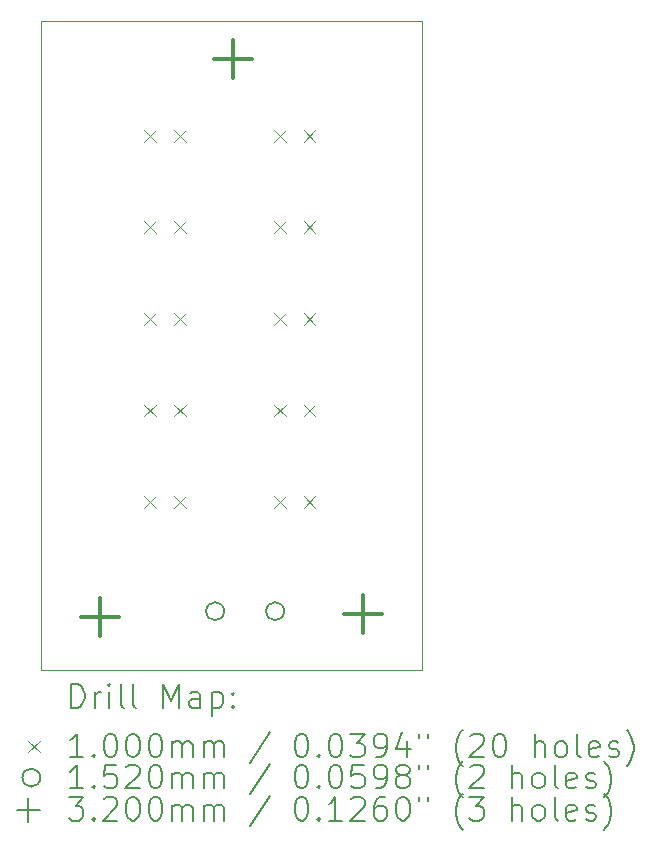
<source format=gbr>
%TF.GenerationSoftware,KiCad,Pcbnew,7.0.9*%
%TF.CreationDate,2024-03-13T22:19:23+01:00*%
%TF.ProjectId,Backlighting_LEDModule_PCB,4261636b-6c69-4676-9874-696e675f4c45,rev?*%
%TF.SameCoordinates,Original*%
%TF.FileFunction,Drillmap*%
%TF.FilePolarity,Positive*%
%FSLAX45Y45*%
G04 Gerber Fmt 4.5, Leading zero omitted, Abs format (unit mm)*
G04 Created by KiCad (PCBNEW 7.0.9) date 2024-03-13 22:19:23*
%MOMM*%
%LPD*%
G01*
G04 APERTURE LIST*
%ADD10C,0.100000*%
%ADD11C,0.200000*%
%ADD12C,0.152000*%
%ADD13C,0.320000*%
G04 APERTURE END LIST*
D10*
X10050000Y-5225000D02*
X13275000Y-5225000D01*
X13275000Y-10725000D01*
X10050000Y-10725000D01*
X10050000Y-5225000D01*
D11*
D10*
X10925000Y-6150000D02*
X11025000Y-6250000D01*
X11025000Y-6150000D02*
X10925000Y-6250000D01*
X10925000Y-6925000D02*
X11025000Y-7025000D01*
X11025000Y-6925000D02*
X10925000Y-7025000D01*
X10925000Y-7700000D02*
X11025000Y-7800000D01*
X11025000Y-7700000D02*
X10925000Y-7800000D01*
X10925000Y-8475000D02*
X11025000Y-8575000D01*
X11025000Y-8475000D02*
X10925000Y-8575000D01*
X10925000Y-9250000D02*
X11025000Y-9350000D01*
X11025000Y-9250000D02*
X10925000Y-9350000D01*
X11175000Y-6150000D02*
X11275000Y-6250000D01*
X11275000Y-6150000D02*
X11175000Y-6250000D01*
X11175000Y-6925000D02*
X11275000Y-7025000D01*
X11275000Y-6925000D02*
X11175000Y-7025000D01*
X11175000Y-7700000D02*
X11275000Y-7800000D01*
X11275000Y-7700000D02*
X11175000Y-7800000D01*
X11175000Y-8475000D02*
X11275000Y-8575000D01*
X11275000Y-8475000D02*
X11175000Y-8575000D01*
X11175000Y-9250000D02*
X11275000Y-9350000D01*
X11275000Y-9250000D02*
X11175000Y-9350000D01*
X12025000Y-6150000D02*
X12125000Y-6250000D01*
X12125000Y-6150000D02*
X12025000Y-6250000D01*
X12025000Y-6925000D02*
X12125000Y-7025000D01*
X12125000Y-6925000D02*
X12025000Y-7025000D01*
X12025000Y-7700000D02*
X12125000Y-7800000D01*
X12125000Y-7700000D02*
X12025000Y-7800000D01*
X12025000Y-8475000D02*
X12125000Y-8575000D01*
X12125000Y-8475000D02*
X12025000Y-8575000D01*
X12025000Y-9250000D02*
X12125000Y-9350000D01*
X12125000Y-9250000D02*
X12025000Y-9350000D01*
X12275000Y-6150000D02*
X12375000Y-6250000D01*
X12375000Y-6150000D02*
X12275000Y-6250000D01*
X12275000Y-6925000D02*
X12375000Y-7025000D01*
X12375000Y-6925000D02*
X12275000Y-7025000D01*
X12275000Y-7700000D02*
X12375000Y-7800000D01*
X12375000Y-7700000D02*
X12275000Y-7800000D01*
X12275000Y-8475000D02*
X12375000Y-8575000D01*
X12375000Y-8475000D02*
X12275000Y-8575000D01*
X12275000Y-9250000D02*
X12375000Y-9350000D01*
X12375000Y-9250000D02*
X12275000Y-9350000D01*
D12*
X11601000Y-10225000D02*
G75*
G03*
X11601000Y-10225000I-76000J0D01*
G01*
X12109000Y-10225000D02*
G75*
G03*
X12109000Y-10225000I-76000J0D01*
G01*
D13*
X10550000Y-10115000D02*
X10550000Y-10435000D01*
X10390000Y-10275000D02*
X10710000Y-10275000D01*
X11675000Y-5390000D02*
X11675000Y-5710000D01*
X11515000Y-5550000D02*
X11835000Y-5550000D01*
X12775000Y-10090000D02*
X12775000Y-10410000D01*
X12615000Y-10250000D02*
X12935000Y-10250000D01*
D11*
X10305777Y-11041484D02*
X10305777Y-10841484D01*
X10305777Y-10841484D02*
X10353396Y-10841484D01*
X10353396Y-10841484D02*
X10381967Y-10851008D01*
X10381967Y-10851008D02*
X10401015Y-10870055D01*
X10401015Y-10870055D02*
X10410539Y-10889103D01*
X10410539Y-10889103D02*
X10420063Y-10927198D01*
X10420063Y-10927198D02*
X10420063Y-10955770D01*
X10420063Y-10955770D02*
X10410539Y-10993865D01*
X10410539Y-10993865D02*
X10401015Y-11012912D01*
X10401015Y-11012912D02*
X10381967Y-11031960D01*
X10381967Y-11031960D02*
X10353396Y-11041484D01*
X10353396Y-11041484D02*
X10305777Y-11041484D01*
X10505777Y-11041484D02*
X10505777Y-10908150D01*
X10505777Y-10946246D02*
X10515301Y-10927198D01*
X10515301Y-10927198D02*
X10524824Y-10917674D01*
X10524824Y-10917674D02*
X10543872Y-10908150D01*
X10543872Y-10908150D02*
X10562920Y-10908150D01*
X10629586Y-11041484D02*
X10629586Y-10908150D01*
X10629586Y-10841484D02*
X10620063Y-10851008D01*
X10620063Y-10851008D02*
X10629586Y-10860531D01*
X10629586Y-10860531D02*
X10639110Y-10851008D01*
X10639110Y-10851008D02*
X10629586Y-10841484D01*
X10629586Y-10841484D02*
X10629586Y-10860531D01*
X10753396Y-11041484D02*
X10734348Y-11031960D01*
X10734348Y-11031960D02*
X10724824Y-11012912D01*
X10724824Y-11012912D02*
X10724824Y-10841484D01*
X10858158Y-11041484D02*
X10839110Y-11031960D01*
X10839110Y-11031960D02*
X10829586Y-11012912D01*
X10829586Y-11012912D02*
X10829586Y-10841484D01*
X11086729Y-11041484D02*
X11086729Y-10841484D01*
X11086729Y-10841484D02*
X11153396Y-10984341D01*
X11153396Y-10984341D02*
X11220062Y-10841484D01*
X11220062Y-10841484D02*
X11220062Y-11041484D01*
X11401015Y-11041484D02*
X11401015Y-10936722D01*
X11401015Y-10936722D02*
X11391491Y-10917674D01*
X11391491Y-10917674D02*
X11372443Y-10908150D01*
X11372443Y-10908150D02*
X11334348Y-10908150D01*
X11334348Y-10908150D02*
X11315301Y-10917674D01*
X11401015Y-11031960D02*
X11381967Y-11041484D01*
X11381967Y-11041484D02*
X11334348Y-11041484D01*
X11334348Y-11041484D02*
X11315301Y-11031960D01*
X11315301Y-11031960D02*
X11305777Y-11012912D01*
X11305777Y-11012912D02*
X11305777Y-10993865D01*
X11305777Y-10993865D02*
X11315301Y-10974817D01*
X11315301Y-10974817D02*
X11334348Y-10965293D01*
X11334348Y-10965293D02*
X11381967Y-10965293D01*
X11381967Y-10965293D02*
X11401015Y-10955770D01*
X11496253Y-10908150D02*
X11496253Y-11108150D01*
X11496253Y-10917674D02*
X11515301Y-10908150D01*
X11515301Y-10908150D02*
X11553396Y-10908150D01*
X11553396Y-10908150D02*
X11572443Y-10917674D01*
X11572443Y-10917674D02*
X11581967Y-10927198D01*
X11581967Y-10927198D02*
X11591491Y-10946246D01*
X11591491Y-10946246D02*
X11591491Y-11003389D01*
X11591491Y-11003389D02*
X11581967Y-11022436D01*
X11581967Y-11022436D02*
X11572443Y-11031960D01*
X11572443Y-11031960D02*
X11553396Y-11041484D01*
X11553396Y-11041484D02*
X11515301Y-11041484D01*
X11515301Y-11041484D02*
X11496253Y-11031960D01*
X11677205Y-11022436D02*
X11686729Y-11031960D01*
X11686729Y-11031960D02*
X11677205Y-11041484D01*
X11677205Y-11041484D02*
X11667682Y-11031960D01*
X11667682Y-11031960D02*
X11677205Y-11022436D01*
X11677205Y-11022436D02*
X11677205Y-11041484D01*
X11677205Y-10917674D02*
X11686729Y-10927198D01*
X11686729Y-10927198D02*
X11677205Y-10936722D01*
X11677205Y-10936722D02*
X11667682Y-10927198D01*
X11667682Y-10927198D02*
X11677205Y-10917674D01*
X11677205Y-10917674D02*
X11677205Y-10936722D01*
D10*
X9945000Y-11320000D02*
X10045000Y-11420000D01*
X10045000Y-11320000D02*
X9945000Y-11420000D01*
D11*
X10410539Y-11461484D02*
X10296253Y-11461484D01*
X10353396Y-11461484D02*
X10353396Y-11261484D01*
X10353396Y-11261484D02*
X10334348Y-11290055D01*
X10334348Y-11290055D02*
X10315301Y-11309103D01*
X10315301Y-11309103D02*
X10296253Y-11318627D01*
X10496253Y-11442436D02*
X10505777Y-11451960D01*
X10505777Y-11451960D02*
X10496253Y-11461484D01*
X10496253Y-11461484D02*
X10486729Y-11451960D01*
X10486729Y-11451960D02*
X10496253Y-11442436D01*
X10496253Y-11442436D02*
X10496253Y-11461484D01*
X10629586Y-11261484D02*
X10648634Y-11261484D01*
X10648634Y-11261484D02*
X10667682Y-11271008D01*
X10667682Y-11271008D02*
X10677205Y-11280531D01*
X10677205Y-11280531D02*
X10686729Y-11299579D01*
X10686729Y-11299579D02*
X10696253Y-11337674D01*
X10696253Y-11337674D02*
X10696253Y-11385293D01*
X10696253Y-11385293D02*
X10686729Y-11423388D01*
X10686729Y-11423388D02*
X10677205Y-11442436D01*
X10677205Y-11442436D02*
X10667682Y-11451960D01*
X10667682Y-11451960D02*
X10648634Y-11461484D01*
X10648634Y-11461484D02*
X10629586Y-11461484D01*
X10629586Y-11461484D02*
X10610539Y-11451960D01*
X10610539Y-11451960D02*
X10601015Y-11442436D01*
X10601015Y-11442436D02*
X10591491Y-11423388D01*
X10591491Y-11423388D02*
X10581967Y-11385293D01*
X10581967Y-11385293D02*
X10581967Y-11337674D01*
X10581967Y-11337674D02*
X10591491Y-11299579D01*
X10591491Y-11299579D02*
X10601015Y-11280531D01*
X10601015Y-11280531D02*
X10610539Y-11271008D01*
X10610539Y-11271008D02*
X10629586Y-11261484D01*
X10820063Y-11261484D02*
X10839110Y-11261484D01*
X10839110Y-11261484D02*
X10858158Y-11271008D01*
X10858158Y-11271008D02*
X10867682Y-11280531D01*
X10867682Y-11280531D02*
X10877205Y-11299579D01*
X10877205Y-11299579D02*
X10886729Y-11337674D01*
X10886729Y-11337674D02*
X10886729Y-11385293D01*
X10886729Y-11385293D02*
X10877205Y-11423388D01*
X10877205Y-11423388D02*
X10867682Y-11442436D01*
X10867682Y-11442436D02*
X10858158Y-11451960D01*
X10858158Y-11451960D02*
X10839110Y-11461484D01*
X10839110Y-11461484D02*
X10820063Y-11461484D01*
X10820063Y-11461484D02*
X10801015Y-11451960D01*
X10801015Y-11451960D02*
X10791491Y-11442436D01*
X10791491Y-11442436D02*
X10781967Y-11423388D01*
X10781967Y-11423388D02*
X10772444Y-11385293D01*
X10772444Y-11385293D02*
X10772444Y-11337674D01*
X10772444Y-11337674D02*
X10781967Y-11299579D01*
X10781967Y-11299579D02*
X10791491Y-11280531D01*
X10791491Y-11280531D02*
X10801015Y-11271008D01*
X10801015Y-11271008D02*
X10820063Y-11261484D01*
X11010539Y-11261484D02*
X11029586Y-11261484D01*
X11029586Y-11261484D02*
X11048634Y-11271008D01*
X11048634Y-11271008D02*
X11058158Y-11280531D01*
X11058158Y-11280531D02*
X11067682Y-11299579D01*
X11067682Y-11299579D02*
X11077205Y-11337674D01*
X11077205Y-11337674D02*
X11077205Y-11385293D01*
X11077205Y-11385293D02*
X11067682Y-11423388D01*
X11067682Y-11423388D02*
X11058158Y-11442436D01*
X11058158Y-11442436D02*
X11048634Y-11451960D01*
X11048634Y-11451960D02*
X11029586Y-11461484D01*
X11029586Y-11461484D02*
X11010539Y-11461484D01*
X11010539Y-11461484D02*
X10991491Y-11451960D01*
X10991491Y-11451960D02*
X10981967Y-11442436D01*
X10981967Y-11442436D02*
X10972444Y-11423388D01*
X10972444Y-11423388D02*
X10962920Y-11385293D01*
X10962920Y-11385293D02*
X10962920Y-11337674D01*
X10962920Y-11337674D02*
X10972444Y-11299579D01*
X10972444Y-11299579D02*
X10981967Y-11280531D01*
X10981967Y-11280531D02*
X10991491Y-11271008D01*
X10991491Y-11271008D02*
X11010539Y-11261484D01*
X11162920Y-11461484D02*
X11162920Y-11328150D01*
X11162920Y-11347198D02*
X11172444Y-11337674D01*
X11172444Y-11337674D02*
X11191491Y-11328150D01*
X11191491Y-11328150D02*
X11220063Y-11328150D01*
X11220063Y-11328150D02*
X11239110Y-11337674D01*
X11239110Y-11337674D02*
X11248634Y-11356722D01*
X11248634Y-11356722D02*
X11248634Y-11461484D01*
X11248634Y-11356722D02*
X11258158Y-11337674D01*
X11258158Y-11337674D02*
X11277205Y-11328150D01*
X11277205Y-11328150D02*
X11305777Y-11328150D01*
X11305777Y-11328150D02*
X11324824Y-11337674D01*
X11324824Y-11337674D02*
X11334348Y-11356722D01*
X11334348Y-11356722D02*
X11334348Y-11461484D01*
X11429586Y-11461484D02*
X11429586Y-11328150D01*
X11429586Y-11347198D02*
X11439110Y-11337674D01*
X11439110Y-11337674D02*
X11458158Y-11328150D01*
X11458158Y-11328150D02*
X11486729Y-11328150D01*
X11486729Y-11328150D02*
X11505777Y-11337674D01*
X11505777Y-11337674D02*
X11515301Y-11356722D01*
X11515301Y-11356722D02*
X11515301Y-11461484D01*
X11515301Y-11356722D02*
X11524824Y-11337674D01*
X11524824Y-11337674D02*
X11543872Y-11328150D01*
X11543872Y-11328150D02*
X11572443Y-11328150D01*
X11572443Y-11328150D02*
X11591491Y-11337674D01*
X11591491Y-11337674D02*
X11601015Y-11356722D01*
X11601015Y-11356722D02*
X11601015Y-11461484D01*
X11991491Y-11251960D02*
X11820063Y-11509103D01*
X12248634Y-11261484D02*
X12267682Y-11261484D01*
X12267682Y-11261484D02*
X12286729Y-11271008D01*
X12286729Y-11271008D02*
X12296253Y-11280531D01*
X12296253Y-11280531D02*
X12305777Y-11299579D01*
X12305777Y-11299579D02*
X12315301Y-11337674D01*
X12315301Y-11337674D02*
X12315301Y-11385293D01*
X12315301Y-11385293D02*
X12305777Y-11423388D01*
X12305777Y-11423388D02*
X12296253Y-11442436D01*
X12296253Y-11442436D02*
X12286729Y-11451960D01*
X12286729Y-11451960D02*
X12267682Y-11461484D01*
X12267682Y-11461484D02*
X12248634Y-11461484D01*
X12248634Y-11461484D02*
X12229586Y-11451960D01*
X12229586Y-11451960D02*
X12220063Y-11442436D01*
X12220063Y-11442436D02*
X12210539Y-11423388D01*
X12210539Y-11423388D02*
X12201015Y-11385293D01*
X12201015Y-11385293D02*
X12201015Y-11337674D01*
X12201015Y-11337674D02*
X12210539Y-11299579D01*
X12210539Y-11299579D02*
X12220063Y-11280531D01*
X12220063Y-11280531D02*
X12229586Y-11271008D01*
X12229586Y-11271008D02*
X12248634Y-11261484D01*
X12401015Y-11442436D02*
X12410539Y-11451960D01*
X12410539Y-11451960D02*
X12401015Y-11461484D01*
X12401015Y-11461484D02*
X12391491Y-11451960D01*
X12391491Y-11451960D02*
X12401015Y-11442436D01*
X12401015Y-11442436D02*
X12401015Y-11461484D01*
X12534348Y-11261484D02*
X12553396Y-11261484D01*
X12553396Y-11261484D02*
X12572444Y-11271008D01*
X12572444Y-11271008D02*
X12581967Y-11280531D01*
X12581967Y-11280531D02*
X12591491Y-11299579D01*
X12591491Y-11299579D02*
X12601015Y-11337674D01*
X12601015Y-11337674D02*
X12601015Y-11385293D01*
X12601015Y-11385293D02*
X12591491Y-11423388D01*
X12591491Y-11423388D02*
X12581967Y-11442436D01*
X12581967Y-11442436D02*
X12572444Y-11451960D01*
X12572444Y-11451960D02*
X12553396Y-11461484D01*
X12553396Y-11461484D02*
X12534348Y-11461484D01*
X12534348Y-11461484D02*
X12515301Y-11451960D01*
X12515301Y-11451960D02*
X12505777Y-11442436D01*
X12505777Y-11442436D02*
X12496253Y-11423388D01*
X12496253Y-11423388D02*
X12486729Y-11385293D01*
X12486729Y-11385293D02*
X12486729Y-11337674D01*
X12486729Y-11337674D02*
X12496253Y-11299579D01*
X12496253Y-11299579D02*
X12505777Y-11280531D01*
X12505777Y-11280531D02*
X12515301Y-11271008D01*
X12515301Y-11271008D02*
X12534348Y-11261484D01*
X12667682Y-11261484D02*
X12791491Y-11261484D01*
X12791491Y-11261484D02*
X12724825Y-11337674D01*
X12724825Y-11337674D02*
X12753396Y-11337674D01*
X12753396Y-11337674D02*
X12772444Y-11347198D01*
X12772444Y-11347198D02*
X12781967Y-11356722D01*
X12781967Y-11356722D02*
X12791491Y-11375769D01*
X12791491Y-11375769D02*
X12791491Y-11423388D01*
X12791491Y-11423388D02*
X12781967Y-11442436D01*
X12781967Y-11442436D02*
X12772444Y-11451960D01*
X12772444Y-11451960D02*
X12753396Y-11461484D01*
X12753396Y-11461484D02*
X12696253Y-11461484D01*
X12696253Y-11461484D02*
X12677206Y-11451960D01*
X12677206Y-11451960D02*
X12667682Y-11442436D01*
X12886729Y-11461484D02*
X12924825Y-11461484D01*
X12924825Y-11461484D02*
X12943872Y-11451960D01*
X12943872Y-11451960D02*
X12953396Y-11442436D01*
X12953396Y-11442436D02*
X12972444Y-11413865D01*
X12972444Y-11413865D02*
X12981967Y-11375769D01*
X12981967Y-11375769D02*
X12981967Y-11299579D01*
X12981967Y-11299579D02*
X12972444Y-11280531D01*
X12972444Y-11280531D02*
X12962920Y-11271008D01*
X12962920Y-11271008D02*
X12943872Y-11261484D01*
X12943872Y-11261484D02*
X12905777Y-11261484D01*
X12905777Y-11261484D02*
X12886729Y-11271008D01*
X12886729Y-11271008D02*
X12877206Y-11280531D01*
X12877206Y-11280531D02*
X12867682Y-11299579D01*
X12867682Y-11299579D02*
X12867682Y-11347198D01*
X12867682Y-11347198D02*
X12877206Y-11366246D01*
X12877206Y-11366246D02*
X12886729Y-11375769D01*
X12886729Y-11375769D02*
X12905777Y-11385293D01*
X12905777Y-11385293D02*
X12943872Y-11385293D01*
X12943872Y-11385293D02*
X12962920Y-11375769D01*
X12962920Y-11375769D02*
X12972444Y-11366246D01*
X12972444Y-11366246D02*
X12981967Y-11347198D01*
X13153396Y-11328150D02*
X13153396Y-11461484D01*
X13105777Y-11251960D02*
X13058158Y-11394817D01*
X13058158Y-11394817D02*
X13181967Y-11394817D01*
X13248634Y-11261484D02*
X13248634Y-11299579D01*
X13324825Y-11261484D02*
X13324825Y-11299579D01*
X13620063Y-11537674D02*
X13610539Y-11528150D01*
X13610539Y-11528150D02*
X13591491Y-11499579D01*
X13591491Y-11499579D02*
X13581968Y-11480531D01*
X13581968Y-11480531D02*
X13572444Y-11451960D01*
X13572444Y-11451960D02*
X13562920Y-11404341D01*
X13562920Y-11404341D02*
X13562920Y-11366246D01*
X13562920Y-11366246D02*
X13572444Y-11318627D01*
X13572444Y-11318627D02*
X13581968Y-11290055D01*
X13581968Y-11290055D02*
X13591491Y-11271008D01*
X13591491Y-11271008D02*
X13610539Y-11242436D01*
X13610539Y-11242436D02*
X13620063Y-11232912D01*
X13686729Y-11280531D02*
X13696253Y-11271008D01*
X13696253Y-11271008D02*
X13715301Y-11261484D01*
X13715301Y-11261484D02*
X13762920Y-11261484D01*
X13762920Y-11261484D02*
X13781968Y-11271008D01*
X13781968Y-11271008D02*
X13791491Y-11280531D01*
X13791491Y-11280531D02*
X13801015Y-11299579D01*
X13801015Y-11299579D02*
X13801015Y-11318627D01*
X13801015Y-11318627D02*
X13791491Y-11347198D01*
X13791491Y-11347198D02*
X13677206Y-11461484D01*
X13677206Y-11461484D02*
X13801015Y-11461484D01*
X13924825Y-11261484D02*
X13943872Y-11261484D01*
X13943872Y-11261484D02*
X13962920Y-11271008D01*
X13962920Y-11271008D02*
X13972444Y-11280531D01*
X13972444Y-11280531D02*
X13981968Y-11299579D01*
X13981968Y-11299579D02*
X13991491Y-11337674D01*
X13991491Y-11337674D02*
X13991491Y-11385293D01*
X13991491Y-11385293D02*
X13981968Y-11423388D01*
X13981968Y-11423388D02*
X13972444Y-11442436D01*
X13972444Y-11442436D02*
X13962920Y-11451960D01*
X13962920Y-11451960D02*
X13943872Y-11461484D01*
X13943872Y-11461484D02*
X13924825Y-11461484D01*
X13924825Y-11461484D02*
X13905777Y-11451960D01*
X13905777Y-11451960D02*
X13896253Y-11442436D01*
X13896253Y-11442436D02*
X13886729Y-11423388D01*
X13886729Y-11423388D02*
X13877206Y-11385293D01*
X13877206Y-11385293D02*
X13877206Y-11337674D01*
X13877206Y-11337674D02*
X13886729Y-11299579D01*
X13886729Y-11299579D02*
X13896253Y-11280531D01*
X13896253Y-11280531D02*
X13905777Y-11271008D01*
X13905777Y-11271008D02*
X13924825Y-11261484D01*
X14229587Y-11461484D02*
X14229587Y-11261484D01*
X14315301Y-11461484D02*
X14315301Y-11356722D01*
X14315301Y-11356722D02*
X14305777Y-11337674D01*
X14305777Y-11337674D02*
X14286730Y-11328150D01*
X14286730Y-11328150D02*
X14258158Y-11328150D01*
X14258158Y-11328150D02*
X14239110Y-11337674D01*
X14239110Y-11337674D02*
X14229587Y-11347198D01*
X14439110Y-11461484D02*
X14420063Y-11451960D01*
X14420063Y-11451960D02*
X14410539Y-11442436D01*
X14410539Y-11442436D02*
X14401015Y-11423388D01*
X14401015Y-11423388D02*
X14401015Y-11366246D01*
X14401015Y-11366246D02*
X14410539Y-11347198D01*
X14410539Y-11347198D02*
X14420063Y-11337674D01*
X14420063Y-11337674D02*
X14439110Y-11328150D01*
X14439110Y-11328150D02*
X14467682Y-11328150D01*
X14467682Y-11328150D02*
X14486730Y-11337674D01*
X14486730Y-11337674D02*
X14496253Y-11347198D01*
X14496253Y-11347198D02*
X14505777Y-11366246D01*
X14505777Y-11366246D02*
X14505777Y-11423388D01*
X14505777Y-11423388D02*
X14496253Y-11442436D01*
X14496253Y-11442436D02*
X14486730Y-11451960D01*
X14486730Y-11451960D02*
X14467682Y-11461484D01*
X14467682Y-11461484D02*
X14439110Y-11461484D01*
X14620063Y-11461484D02*
X14601015Y-11451960D01*
X14601015Y-11451960D02*
X14591491Y-11432912D01*
X14591491Y-11432912D02*
X14591491Y-11261484D01*
X14772444Y-11451960D02*
X14753396Y-11461484D01*
X14753396Y-11461484D02*
X14715301Y-11461484D01*
X14715301Y-11461484D02*
X14696253Y-11451960D01*
X14696253Y-11451960D02*
X14686730Y-11432912D01*
X14686730Y-11432912D02*
X14686730Y-11356722D01*
X14686730Y-11356722D02*
X14696253Y-11337674D01*
X14696253Y-11337674D02*
X14715301Y-11328150D01*
X14715301Y-11328150D02*
X14753396Y-11328150D01*
X14753396Y-11328150D02*
X14772444Y-11337674D01*
X14772444Y-11337674D02*
X14781968Y-11356722D01*
X14781968Y-11356722D02*
X14781968Y-11375769D01*
X14781968Y-11375769D02*
X14686730Y-11394817D01*
X14858158Y-11451960D02*
X14877206Y-11461484D01*
X14877206Y-11461484D02*
X14915301Y-11461484D01*
X14915301Y-11461484D02*
X14934349Y-11451960D01*
X14934349Y-11451960D02*
X14943872Y-11432912D01*
X14943872Y-11432912D02*
X14943872Y-11423388D01*
X14943872Y-11423388D02*
X14934349Y-11404341D01*
X14934349Y-11404341D02*
X14915301Y-11394817D01*
X14915301Y-11394817D02*
X14886730Y-11394817D01*
X14886730Y-11394817D02*
X14867682Y-11385293D01*
X14867682Y-11385293D02*
X14858158Y-11366246D01*
X14858158Y-11366246D02*
X14858158Y-11356722D01*
X14858158Y-11356722D02*
X14867682Y-11337674D01*
X14867682Y-11337674D02*
X14886730Y-11328150D01*
X14886730Y-11328150D02*
X14915301Y-11328150D01*
X14915301Y-11328150D02*
X14934349Y-11337674D01*
X15010539Y-11537674D02*
X15020063Y-11528150D01*
X15020063Y-11528150D02*
X15039111Y-11499579D01*
X15039111Y-11499579D02*
X15048634Y-11480531D01*
X15048634Y-11480531D02*
X15058158Y-11451960D01*
X15058158Y-11451960D02*
X15067682Y-11404341D01*
X15067682Y-11404341D02*
X15067682Y-11366246D01*
X15067682Y-11366246D02*
X15058158Y-11318627D01*
X15058158Y-11318627D02*
X15048634Y-11290055D01*
X15048634Y-11290055D02*
X15039111Y-11271008D01*
X15039111Y-11271008D02*
X15020063Y-11242436D01*
X15020063Y-11242436D02*
X15010539Y-11232912D01*
D12*
X10045000Y-11634000D02*
G75*
G03*
X10045000Y-11634000I-76000J0D01*
G01*
D11*
X10410539Y-11725484D02*
X10296253Y-11725484D01*
X10353396Y-11725484D02*
X10353396Y-11525484D01*
X10353396Y-11525484D02*
X10334348Y-11554055D01*
X10334348Y-11554055D02*
X10315301Y-11573103D01*
X10315301Y-11573103D02*
X10296253Y-11582627D01*
X10496253Y-11706436D02*
X10505777Y-11715960D01*
X10505777Y-11715960D02*
X10496253Y-11725484D01*
X10496253Y-11725484D02*
X10486729Y-11715960D01*
X10486729Y-11715960D02*
X10496253Y-11706436D01*
X10496253Y-11706436D02*
X10496253Y-11725484D01*
X10686729Y-11525484D02*
X10591491Y-11525484D01*
X10591491Y-11525484D02*
X10581967Y-11620722D01*
X10581967Y-11620722D02*
X10591491Y-11611198D01*
X10591491Y-11611198D02*
X10610539Y-11601674D01*
X10610539Y-11601674D02*
X10658158Y-11601674D01*
X10658158Y-11601674D02*
X10677205Y-11611198D01*
X10677205Y-11611198D02*
X10686729Y-11620722D01*
X10686729Y-11620722D02*
X10696253Y-11639769D01*
X10696253Y-11639769D02*
X10696253Y-11687388D01*
X10696253Y-11687388D02*
X10686729Y-11706436D01*
X10686729Y-11706436D02*
X10677205Y-11715960D01*
X10677205Y-11715960D02*
X10658158Y-11725484D01*
X10658158Y-11725484D02*
X10610539Y-11725484D01*
X10610539Y-11725484D02*
X10591491Y-11715960D01*
X10591491Y-11715960D02*
X10581967Y-11706436D01*
X10772444Y-11544531D02*
X10781967Y-11535008D01*
X10781967Y-11535008D02*
X10801015Y-11525484D01*
X10801015Y-11525484D02*
X10848634Y-11525484D01*
X10848634Y-11525484D02*
X10867682Y-11535008D01*
X10867682Y-11535008D02*
X10877205Y-11544531D01*
X10877205Y-11544531D02*
X10886729Y-11563579D01*
X10886729Y-11563579D02*
X10886729Y-11582627D01*
X10886729Y-11582627D02*
X10877205Y-11611198D01*
X10877205Y-11611198D02*
X10762920Y-11725484D01*
X10762920Y-11725484D02*
X10886729Y-11725484D01*
X11010539Y-11525484D02*
X11029586Y-11525484D01*
X11029586Y-11525484D02*
X11048634Y-11535008D01*
X11048634Y-11535008D02*
X11058158Y-11544531D01*
X11058158Y-11544531D02*
X11067682Y-11563579D01*
X11067682Y-11563579D02*
X11077205Y-11601674D01*
X11077205Y-11601674D02*
X11077205Y-11649293D01*
X11077205Y-11649293D02*
X11067682Y-11687388D01*
X11067682Y-11687388D02*
X11058158Y-11706436D01*
X11058158Y-11706436D02*
X11048634Y-11715960D01*
X11048634Y-11715960D02*
X11029586Y-11725484D01*
X11029586Y-11725484D02*
X11010539Y-11725484D01*
X11010539Y-11725484D02*
X10991491Y-11715960D01*
X10991491Y-11715960D02*
X10981967Y-11706436D01*
X10981967Y-11706436D02*
X10972444Y-11687388D01*
X10972444Y-11687388D02*
X10962920Y-11649293D01*
X10962920Y-11649293D02*
X10962920Y-11601674D01*
X10962920Y-11601674D02*
X10972444Y-11563579D01*
X10972444Y-11563579D02*
X10981967Y-11544531D01*
X10981967Y-11544531D02*
X10991491Y-11535008D01*
X10991491Y-11535008D02*
X11010539Y-11525484D01*
X11162920Y-11725484D02*
X11162920Y-11592150D01*
X11162920Y-11611198D02*
X11172444Y-11601674D01*
X11172444Y-11601674D02*
X11191491Y-11592150D01*
X11191491Y-11592150D02*
X11220063Y-11592150D01*
X11220063Y-11592150D02*
X11239110Y-11601674D01*
X11239110Y-11601674D02*
X11248634Y-11620722D01*
X11248634Y-11620722D02*
X11248634Y-11725484D01*
X11248634Y-11620722D02*
X11258158Y-11601674D01*
X11258158Y-11601674D02*
X11277205Y-11592150D01*
X11277205Y-11592150D02*
X11305777Y-11592150D01*
X11305777Y-11592150D02*
X11324824Y-11601674D01*
X11324824Y-11601674D02*
X11334348Y-11620722D01*
X11334348Y-11620722D02*
X11334348Y-11725484D01*
X11429586Y-11725484D02*
X11429586Y-11592150D01*
X11429586Y-11611198D02*
X11439110Y-11601674D01*
X11439110Y-11601674D02*
X11458158Y-11592150D01*
X11458158Y-11592150D02*
X11486729Y-11592150D01*
X11486729Y-11592150D02*
X11505777Y-11601674D01*
X11505777Y-11601674D02*
X11515301Y-11620722D01*
X11515301Y-11620722D02*
X11515301Y-11725484D01*
X11515301Y-11620722D02*
X11524824Y-11601674D01*
X11524824Y-11601674D02*
X11543872Y-11592150D01*
X11543872Y-11592150D02*
X11572443Y-11592150D01*
X11572443Y-11592150D02*
X11591491Y-11601674D01*
X11591491Y-11601674D02*
X11601015Y-11620722D01*
X11601015Y-11620722D02*
X11601015Y-11725484D01*
X11991491Y-11515960D02*
X11820063Y-11773103D01*
X12248634Y-11525484D02*
X12267682Y-11525484D01*
X12267682Y-11525484D02*
X12286729Y-11535008D01*
X12286729Y-11535008D02*
X12296253Y-11544531D01*
X12296253Y-11544531D02*
X12305777Y-11563579D01*
X12305777Y-11563579D02*
X12315301Y-11601674D01*
X12315301Y-11601674D02*
X12315301Y-11649293D01*
X12315301Y-11649293D02*
X12305777Y-11687388D01*
X12305777Y-11687388D02*
X12296253Y-11706436D01*
X12296253Y-11706436D02*
X12286729Y-11715960D01*
X12286729Y-11715960D02*
X12267682Y-11725484D01*
X12267682Y-11725484D02*
X12248634Y-11725484D01*
X12248634Y-11725484D02*
X12229586Y-11715960D01*
X12229586Y-11715960D02*
X12220063Y-11706436D01*
X12220063Y-11706436D02*
X12210539Y-11687388D01*
X12210539Y-11687388D02*
X12201015Y-11649293D01*
X12201015Y-11649293D02*
X12201015Y-11601674D01*
X12201015Y-11601674D02*
X12210539Y-11563579D01*
X12210539Y-11563579D02*
X12220063Y-11544531D01*
X12220063Y-11544531D02*
X12229586Y-11535008D01*
X12229586Y-11535008D02*
X12248634Y-11525484D01*
X12401015Y-11706436D02*
X12410539Y-11715960D01*
X12410539Y-11715960D02*
X12401015Y-11725484D01*
X12401015Y-11725484D02*
X12391491Y-11715960D01*
X12391491Y-11715960D02*
X12401015Y-11706436D01*
X12401015Y-11706436D02*
X12401015Y-11725484D01*
X12534348Y-11525484D02*
X12553396Y-11525484D01*
X12553396Y-11525484D02*
X12572444Y-11535008D01*
X12572444Y-11535008D02*
X12581967Y-11544531D01*
X12581967Y-11544531D02*
X12591491Y-11563579D01*
X12591491Y-11563579D02*
X12601015Y-11601674D01*
X12601015Y-11601674D02*
X12601015Y-11649293D01*
X12601015Y-11649293D02*
X12591491Y-11687388D01*
X12591491Y-11687388D02*
X12581967Y-11706436D01*
X12581967Y-11706436D02*
X12572444Y-11715960D01*
X12572444Y-11715960D02*
X12553396Y-11725484D01*
X12553396Y-11725484D02*
X12534348Y-11725484D01*
X12534348Y-11725484D02*
X12515301Y-11715960D01*
X12515301Y-11715960D02*
X12505777Y-11706436D01*
X12505777Y-11706436D02*
X12496253Y-11687388D01*
X12496253Y-11687388D02*
X12486729Y-11649293D01*
X12486729Y-11649293D02*
X12486729Y-11601674D01*
X12486729Y-11601674D02*
X12496253Y-11563579D01*
X12496253Y-11563579D02*
X12505777Y-11544531D01*
X12505777Y-11544531D02*
X12515301Y-11535008D01*
X12515301Y-11535008D02*
X12534348Y-11525484D01*
X12781967Y-11525484D02*
X12686729Y-11525484D01*
X12686729Y-11525484D02*
X12677206Y-11620722D01*
X12677206Y-11620722D02*
X12686729Y-11611198D01*
X12686729Y-11611198D02*
X12705777Y-11601674D01*
X12705777Y-11601674D02*
X12753396Y-11601674D01*
X12753396Y-11601674D02*
X12772444Y-11611198D01*
X12772444Y-11611198D02*
X12781967Y-11620722D01*
X12781967Y-11620722D02*
X12791491Y-11639769D01*
X12791491Y-11639769D02*
X12791491Y-11687388D01*
X12791491Y-11687388D02*
X12781967Y-11706436D01*
X12781967Y-11706436D02*
X12772444Y-11715960D01*
X12772444Y-11715960D02*
X12753396Y-11725484D01*
X12753396Y-11725484D02*
X12705777Y-11725484D01*
X12705777Y-11725484D02*
X12686729Y-11715960D01*
X12686729Y-11715960D02*
X12677206Y-11706436D01*
X12886729Y-11725484D02*
X12924825Y-11725484D01*
X12924825Y-11725484D02*
X12943872Y-11715960D01*
X12943872Y-11715960D02*
X12953396Y-11706436D01*
X12953396Y-11706436D02*
X12972444Y-11677865D01*
X12972444Y-11677865D02*
X12981967Y-11639769D01*
X12981967Y-11639769D02*
X12981967Y-11563579D01*
X12981967Y-11563579D02*
X12972444Y-11544531D01*
X12972444Y-11544531D02*
X12962920Y-11535008D01*
X12962920Y-11535008D02*
X12943872Y-11525484D01*
X12943872Y-11525484D02*
X12905777Y-11525484D01*
X12905777Y-11525484D02*
X12886729Y-11535008D01*
X12886729Y-11535008D02*
X12877206Y-11544531D01*
X12877206Y-11544531D02*
X12867682Y-11563579D01*
X12867682Y-11563579D02*
X12867682Y-11611198D01*
X12867682Y-11611198D02*
X12877206Y-11630246D01*
X12877206Y-11630246D02*
X12886729Y-11639769D01*
X12886729Y-11639769D02*
X12905777Y-11649293D01*
X12905777Y-11649293D02*
X12943872Y-11649293D01*
X12943872Y-11649293D02*
X12962920Y-11639769D01*
X12962920Y-11639769D02*
X12972444Y-11630246D01*
X12972444Y-11630246D02*
X12981967Y-11611198D01*
X13096253Y-11611198D02*
X13077206Y-11601674D01*
X13077206Y-11601674D02*
X13067682Y-11592150D01*
X13067682Y-11592150D02*
X13058158Y-11573103D01*
X13058158Y-11573103D02*
X13058158Y-11563579D01*
X13058158Y-11563579D02*
X13067682Y-11544531D01*
X13067682Y-11544531D02*
X13077206Y-11535008D01*
X13077206Y-11535008D02*
X13096253Y-11525484D01*
X13096253Y-11525484D02*
X13134348Y-11525484D01*
X13134348Y-11525484D02*
X13153396Y-11535008D01*
X13153396Y-11535008D02*
X13162920Y-11544531D01*
X13162920Y-11544531D02*
X13172444Y-11563579D01*
X13172444Y-11563579D02*
X13172444Y-11573103D01*
X13172444Y-11573103D02*
X13162920Y-11592150D01*
X13162920Y-11592150D02*
X13153396Y-11601674D01*
X13153396Y-11601674D02*
X13134348Y-11611198D01*
X13134348Y-11611198D02*
X13096253Y-11611198D01*
X13096253Y-11611198D02*
X13077206Y-11620722D01*
X13077206Y-11620722D02*
X13067682Y-11630246D01*
X13067682Y-11630246D02*
X13058158Y-11649293D01*
X13058158Y-11649293D02*
X13058158Y-11687388D01*
X13058158Y-11687388D02*
X13067682Y-11706436D01*
X13067682Y-11706436D02*
X13077206Y-11715960D01*
X13077206Y-11715960D02*
X13096253Y-11725484D01*
X13096253Y-11725484D02*
X13134348Y-11725484D01*
X13134348Y-11725484D02*
X13153396Y-11715960D01*
X13153396Y-11715960D02*
X13162920Y-11706436D01*
X13162920Y-11706436D02*
X13172444Y-11687388D01*
X13172444Y-11687388D02*
X13172444Y-11649293D01*
X13172444Y-11649293D02*
X13162920Y-11630246D01*
X13162920Y-11630246D02*
X13153396Y-11620722D01*
X13153396Y-11620722D02*
X13134348Y-11611198D01*
X13248634Y-11525484D02*
X13248634Y-11563579D01*
X13324825Y-11525484D02*
X13324825Y-11563579D01*
X13620063Y-11801674D02*
X13610539Y-11792150D01*
X13610539Y-11792150D02*
X13591491Y-11763579D01*
X13591491Y-11763579D02*
X13581968Y-11744531D01*
X13581968Y-11744531D02*
X13572444Y-11715960D01*
X13572444Y-11715960D02*
X13562920Y-11668341D01*
X13562920Y-11668341D02*
X13562920Y-11630246D01*
X13562920Y-11630246D02*
X13572444Y-11582627D01*
X13572444Y-11582627D02*
X13581968Y-11554055D01*
X13581968Y-11554055D02*
X13591491Y-11535008D01*
X13591491Y-11535008D02*
X13610539Y-11506436D01*
X13610539Y-11506436D02*
X13620063Y-11496912D01*
X13686729Y-11544531D02*
X13696253Y-11535008D01*
X13696253Y-11535008D02*
X13715301Y-11525484D01*
X13715301Y-11525484D02*
X13762920Y-11525484D01*
X13762920Y-11525484D02*
X13781968Y-11535008D01*
X13781968Y-11535008D02*
X13791491Y-11544531D01*
X13791491Y-11544531D02*
X13801015Y-11563579D01*
X13801015Y-11563579D02*
X13801015Y-11582627D01*
X13801015Y-11582627D02*
X13791491Y-11611198D01*
X13791491Y-11611198D02*
X13677206Y-11725484D01*
X13677206Y-11725484D02*
X13801015Y-11725484D01*
X14039110Y-11725484D02*
X14039110Y-11525484D01*
X14124825Y-11725484D02*
X14124825Y-11620722D01*
X14124825Y-11620722D02*
X14115301Y-11601674D01*
X14115301Y-11601674D02*
X14096253Y-11592150D01*
X14096253Y-11592150D02*
X14067682Y-11592150D01*
X14067682Y-11592150D02*
X14048634Y-11601674D01*
X14048634Y-11601674D02*
X14039110Y-11611198D01*
X14248634Y-11725484D02*
X14229587Y-11715960D01*
X14229587Y-11715960D02*
X14220063Y-11706436D01*
X14220063Y-11706436D02*
X14210539Y-11687388D01*
X14210539Y-11687388D02*
X14210539Y-11630246D01*
X14210539Y-11630246D02*
X14220063Y-11611198D01*
X14220063Y-11611198D02*
X14229587Y-11601674D01*
X14229587Y-11601674D02*
X14248634Y-11592150D01*
X14248634Y-11592150D02*
X14277206Y-11592150D01*
X14277206Y-11592150D02*
X14296253Y-11601674D01*
X14296253Y-11601674D02*
X14305777Y-11611198D01*
X14305777Y-11611198D02*
X14315301Y-11630246D01*
X14315301Y-11630246D02*
X14315301Y-11687388D01*
X14315301Y-11687388D02*
X14305777Y-11706436D01*
X14305777Y-11706436D02*
X14296253Y-11715960D01*
X14296253Y-11715960D02*
X14277206Y-11725484D01*
X14277206Y-11725484D02*
X14248634Y-11725484D01*
X14429587Y-11725484D02*
X14410539Y-11715960D01*
X14410539Y-11715960D02*
X14401015Y-11696912D01*
X14401015Y-11696912D02*
X14401015Y-11525484D01*
X14581968Y-11715960D02*
X14562920Y-11725484D01*
X14562920Y-11725484D02*
X14524825Y-11725484D01*
X14524825Y-11725484D02*
X14505777Y-11715960D01*
X14505777Y-11715960D02*
X14496253Y-11696912D01*
X14496253Y-11696912D02*
X14496253Y-11620722D01*
X14496253Y-11620722D02*
X14505777Y-11601674D01*
X14505777Y-11601674D02*
X14524825Y-11592150D01*
X14524825Y-11592150D02*
X14562920Y-11592150D01*
X14562920Y-11592150D02*
X14581968Y-11601674D01*
X14581968Y-11601674D02*
X14591491Y-11620722D01*
X14591491Y-11620722D02*
X14591491Y-11639769D01*
X14591491Y-11639769D02*
X14496253Y-11658817D01*
X14667682Y-11715960D02*
X14686730Y-11725484D01*
X14686730Y-11725484D02*
X14724825Y-11725484D01*
X14724825Y-11725484D02*
X14743872Y-11715960D01*
X14743872Y-11715960D02*
X14753396Y-11696912D01*
X14753396Y-11696912D02*
X14753396Y-11687388D01*
X14753396Y-11687388D02*
X14743872Y-11668341D01*
X14743872Y-11668341D02*
X14724825Y-11658817D01*
X14724825Y-11658817D02*
X14696253Y-11658817D01*
X14696253Y-11658817D02*
X14677206Y-11649293D01*
X14677206Y-11649293D02*
X14667682Y-11630246D01*
X14667682Y-11630246D02*
X14667682Y-11620722D01*
X14667682Y-11620722D02*
X14677206Y-11601674D01*
X14677206Y-11601674D02*
X14696253Y-11592150D01*
X14696253Y-11592150D02*
X14724825Y-11592150D01*
X14724825Y-11592150D02*
X14743872Y-11601674D01*
X14820063Y-11801674D02*
X14829587Y-11792150D01*
X14829587Y-11792150D02*
X14848634Y-11763579D01*
X14848634Y-11763579D02*
X14858158Y-11744531D01*
X14858158Y-11744531D02*
X14867682Y-11715960D01*
X14867682Y-11715960D02*
X14877206Y-11668341D01*
X14877206Y-11668341D02*
X14877206Y-11630246D01*
X14877206Y-11630246D02*
X14867682Y-11582627D01*
X14867682Y-11582627D02*
X14858158Y-11554055D01*
X14858158Y-11554055D02*
X14848634Y-11535008D01*
X14848634Y-11535008D02*
X14829587Y-11506436D01*
X14829587Y-11506436D02*
X14820063Y-11496912D01*
X9945000Y-11806000D02*
X9945000Y-12006000D01*
X9845000Y-11906000D02*
X10045000Y-11906000D01*
X10286729Y-11797484D02*
X10410539Y-11797484D01*
X10410539Y-11797484D02*
X10343872Y-11873674D01*
X10343872Y-11873674D02*
X10372444Y-11873674D01*
X10372444Y-11873674D02*
X10391491Y-11883198D01*
X10391491Y-11883198D02*
X10401015Y-11892722D01*
X10401015Y-11892722D02*
X10410539Y-11911769D01*
X10410539Y-11911769D02*
X10410539Y-11959388D01*
X10410539Y-11959388D02*
X10401015Y-11978436D01*
X10401015Y-11978436D02*
X10391491Y-11987960D01*
X10391491Y-11987960D02*
X10372444Y-11997484D01*
X10372444Y-11997484D02*
X10315301Y-11997484D01*
X10315301Y-11997484D02*
X10296253Y-11987960D01*
X10296253Y-11987960D02*
X10286729Y-11978436D01*
X10496253Y-11978436D02*
X10505777Y-11987960D01*
X10505777Y-11987960D02*
X10496253Y-11997484D01*
X10496253Y-11997484D02*
X10486729Y-11987960D01*
X10486729Y-11987960D02*
X10496253Y-11978436D01*
X10496253Y-11978436D02*
X10496253Y-11997484D01*
X10581967Y-11816531D02*
X10591491Y-11807008D01*
X10591491Y-11807008D02*
X10610539Y-11797484D01*
X10610539Y-11797484D02*
X10658158Y-11797484D01*
X10658158Y-11797484D02*
X10677205Y-11807008D01*
X10677205Y-11807008D02*
X10686729Y-11816531D01*
X10686729Y-11816531D02*
X10696253Y-11835579D01*
X10696253Y-11835579D02*
X10696253Y-11854627D01*
X10696253Y-11854627D02*
X10686729Y-11883198D01*
X10686729Y-11883198D02*
X10572444Y-11997484D01*
X10572444Y-11997484D02*
X10696253Y-11997484D01*
X10820063Y-11797484D02*
X10839110Y-11797484D01*
X10839110Y-11797484D02*
X10858158Y-11807008D01*
X10858158Y-11807008D02*
X10867682Y-11816531D01*
X10867682Y-11816531D02*
X10877205Y-11835579D01*
X10877205Y-11835579D02*
X10886729Y-11873674D01*
X10886729Y-11873674D02*
X10886729Y-11921293D01*
X10886729Y-11921293D02*
X10877205Y-11959388D01*
X10877205Y-11959388D02*
X10867682Y-11978436D01*
X10867682Y-11978436D02*
X10858158Y-11987960D01*
X10858158Y-11987960D02*
X10839110Y-11997484D01*
X10839110Y-11997484D02*
X10820063Y-11997484D01*
X10820063Y-11997484D02*
X10801015Y-11987960D01*
X10801015Y-11987960D02*
X10791491Y-11978436D01*
X10791491Y-11978436D02*
X10781967Y-11959388D01*
X10781967Y-11959388D02*
X10772444Y-11921293D01*
X10772444Y-11921293D02*
X10772444Y-11873674D01*
X10772444Y-11873674D02*
X10781967Y-11835579D01*
X10781967Y-11835579D02*
X10791491Y-11816531D01*
X10791491Y-11816531D02*
X10801015Y-11807008D01*
X10801015Y-11807008D02*
X10820063Y-11797484D01*
X11010539Y-11797484D02*
X11029586Y-11797484D01*
X11029586Y-11797484D02*
X11048634Y-11807008D01*
X11048634Y-11807008D02*
X11058158Y-11816531D01*
X11058158Y-11816531D02*
X11067682Y-11835579D01*
X11067682Y-11835579D02*
X11077205Y-11873674D01*
X11077205Y-11873674D02*
X11077205Y-11921293D01*
X11077205Y-11921293D02*
X11067682Y-11959388D01*
X11067682Y-11959388D02*
X11058158Y-11978436D01*
X11058158Y-11978436D02*
X11048634Y-11987960D01*
X11048634Y-11987960D02*
X11029586Y-11997484D01*
X11029586Y-11997484D02*
X11010539Y-11997484D01*
X11010539Y-11997484D02*
X10991491Y-11987960D01*
X10991491Y-11987960D02*
X10981967Y-11978436D01*
X10981967Y-11978436D02*
X10972444Y-11959388D01*
X10972444Y-11959388D02*
X10962920Y-11921293D01*
X10962920Y-11921293D02*
X10962920Y-11873674D01*
X10962920Y-11873674D02*
X10972444Y-11835579D01*
X10972444Y-11835579D02*
X10981967Y-11816531D01*
X10981967Y-11816531D02*
X10991491Y-11807008D01*
X10991491Y-11807008D02*
X11010539Y-11797484D01*
X11162920Y-11997484D02*
X11162920Y-11864150D01*
X11162920Y-11883198D02*
X11172444Y-11873674D01*
X11172444Y-11873674D02*
X11191491Y-11864150D01*
X11191491Y-11864150D02*
X11220063Y-11864150D01*
X11220063Y-11864150D02*
X11239110Y-11873674D01*
X11239110Y-11873674D02*
X11248634Y-11892722D01*
X11248634Y-11892722D02*
X11248634Y-11997484D01*
X11248634Y-11892722D02*
X11258158Y-11873674D01*
X11258158Y-11873674D02*
X11277205Y-11864150D01*
X11277205Y-11864150D02*
X11305777Y-11864150D01*
X11305777Y-11864150D02*
X11324824Y-11873674D01*
X11324824Y-11873674D02*
X11334348Y-11892722D01*
X11334348Y-11892722D02*
X11334348Y-11997484D01*
X11429586Y-11997484D02*
X11429586Y-11864150D01*
X11429586Y-11883198D02*
X11439110Y-11873674D01*
X11439110Y-11873674D02*
X11458158Y-11864150D01*
X11458158Y-11864150D02*
X11486729Y-11864150D01*
X11486729Y-11864150D02*
X11505777Y-11873674D01*
X11505777Y-11873674D02*
X11515301Y-11892722D01*
X11515301Y-11892722D02*
X11515301Y-11997484D01*
X11515301Y-11892722D02*
X11524824Y-11873674D01*
X11524824Y-11873674D02*
X11543872Y-11864150D01*
X11543872Y-11864150D02*
X11572443Y-11864150D01*
X11572443Y-11864150D02*
X11591491Y-11873674D01*
X11591491Y-11873674D02*
X11601015Y-11892722D01*
X11601015Y-11892722D02*
X11601015Y-11997484D01*
X11991491Y-11787960D02*
X11820063Y-12045103D01*
X12248634Y-11797484D02*
X12267682Y-11797484D01*
X12267682Y-11797484D02*
X12286729Y-11807008D01*
X12286729Y-11807008D02*
X12296253Y-11816531D01*
X12296253Y-11816531D02*
X12305777Y-11835579D01*
X12305777Y-11835579D02*
X12315301Y-11873674D01*
X12315301Y-11873674D02*
X12315301Y-11921293D01*
X12315301Y-11921293D02*
X12305777Y-11959388D01*
X12305777Y-11959388D02*
X12296253Y-11978436D01*
X12296253Y-11978436D02*
X12286729Y-11987960D01*
X12286729Y-11987960D02*
X12267682Y-11997484D01*
X12267682Y-11997484D02*
X12248634Y-11997484D01*
X12248634Y-11997484D02*
X12229586Y-11987960D01*
X12229586Y-11987960D02*
X12220063Y-11978436D01*
X12220063Y-11978436D02*
X12210539Y-11959388D01*
X12210539Y-11959388D02*
X12201015Y-11921293D01*
X12201015Y-11921293D02*
X12201015Y-11873674D01*
X12201015Y-11873674D02*
X12210539Y-11835579D01*
X12210539Y-11835579D02*
X12220063Y-11816531D01*
X12220063Y-11816531D02*
X12229586Y-11807008D01*
X12229586Y-11807008D02*
X12248634Y-11797484D01*
X12401015Y-11978436D02*
X12410539Y-11987960D01*
X12410539Y-11987960D02*
X12401015Y-11997484D01*
X12401015Y-11997484D02*
X12391491Y-11987960D01*
X12391491Y-11987960D02*
X12401015Y-11978436D01*
X12401015Y-11978436D02*
X12401015Y-11997484D01*
X12601015Y-11997484D02*
X12486729Y-11997484D01*
X12543872Y-11997484D02*
X12543872Y-11797484D01*
X12543872Y-11797484D02*
X12524825Y-11826055D01*
X12524825Y-11826055D02*
X12505777Y-11845103D01*
X12505777Y-11845103D02*
X12486729Y-11854627D01*
X12677206Y-11816531D02*
X12686729Y-11807008D01*
X12686729Y-11807008D02*
X12705777Y-11797484D01*
X12705777Y-11797484D02*
X12753396Y-11797484D01*
X12753396Y-11797484D02*
X12772444Y-11807008D01*
X12772444Y-11807008D02*
X12781967Y-11816531D01*
X12781967Y-11816531D02*
X12791491Y-11835579D01*
X12791491Y-11835579D02*
X12791491Y-11854627D01*
X12791491Y-11854627D02*
X12781967Y-11883198D01*
X12781967Y-11883198D02*
X12667682Y-11997484D01*
X12667682Y-11997484D02*
X12791491Y-11997484D01*
X12962920Y-11797484D02*
X12924825Y-11797484D01*
X12924825Y-11797484D02*
X12905777Y-11807008D01*
X12905777Y-11807008D02*
X12896253Y-11816531D01*
X12896253Y-11816531D02*
X12877206Y-11845103D01*
X12877206Y-11845103D02*
X12867682Y-11883198D01*
X12867682Y-11883198D02*
X12867682Y-11959388D01*
X12867682Y-11959388D02*
X12877206Y-11978436D01*
X12877206Y-11978436D02*
X12886729Y-11987960D01*
X12886729Y-11987960D02*
X12905777Y-11997484D01*
X12905777Y-11997484D02*
X12943872Y-11997484D01*
X12943872Y-11997484D02*
X12962920Y-11987960D01*
X12962920Y-11987960D02*
X12972444Y-11978436D01*
X12972444Y-11978436D02*
X12981967Y-11959388D01*
X12981967Y-11959388D02*
X12981967Y-11911769D01*
X12981967Y-11911769D02*
X12972444Y-11892722D01*
X12972444Y-11892722D02*
X12962920Y-11883198D01*
X12962920Y-11883198D02*
X12943872Y-11873674D01*
X12943872Y-11873674D02*
X12905777Y-11873674D01*
X12905777Y-11873674D02*
X12886729Y-11883198D01*
X12886729Y-11883198D02*
X12877206Y-11892722D01*
X12877206Y-11892722D02*
X12867682Y-11911769D01*
X13105777Y-11797484D02*
X13124825Y-11797484D01*
X13124825Y-11797484D02*
X13143872Y-11807008D01*
X13143872Y-11807008D02*
X13153396Y-11816531D01*
X13153396Y-11816531D02*
X13162920Y-11835579D01*
X13162920Y-11835579D02*
X13172444Y-11873674D01*
X13172444Y-11873674D02*
X13172444Y-11921293D01*
X13172444Y-11921293D02*
X13162920Y-11959388D01*
X13162920Y-11959388D02*
X13153396Y-11978436D01*
X13153396Y-11978436D02*
X13143872Y-11987960D01*
X13143872Y-11987960D02*
X13124825Y-11997484D01*
X13124825Y-11997484D02*
X13105777Y-11997484D01*
X13105777Y-11997484D02*
X13086729Y-11987960D01*
X13086729Y-11987960D02*
X13077206Y-11978436D01*
X13077206Y-11978436D02*
X13067682Y-11959388D01*
X13067682Y-11959388D02*
X13058158Y-11921293D01*
X13058158Y-11921293D02*
X13058158Y-11873674D01*
X13058158Y-11873674D02*
X13067682Y-11835579D01*
X13067682Y-11835579D02*
X13077206Y-11816531D01*
X13077206Y-11816531D02*
X13086729Y-11807008D01*
X13086729Y-11807008D02*
X13105777Y-11797484D01*
X13248634Y-11797484D02*
X13248634Y-11835579D01*
X13324825Y-11797484D02*
X13324825Y-11835579D01*
X13620063Y-12073674D02*
X13610539Y-12064150D01*
X13610539Y-12064150D02*
X13591491Y-12035579D01*
X13591491Y-12035579D02*
X13581968Y-12016531D01*
X13581968Y-12016531D02*
X13572444Y-11987960D01*
X13572444Y-11987960D02*
X13562920Y-11940341D01*
X13562920Y-11940341D02*
X13562920Y-11902246D01*
X13562920Y-11902246D02*
X13572444Y-11854627D01*
X13572444Y-11854627D02*
X13581968Y-11826055D01*
X13581968Y-11826055D02*
X13591491Y-11807008D01*
X13591491Y-11807008D02*
X13610539Y-11778436D01*
X13610539Y-11778436D02*
X13620063Y-11768912D01*
X13677206Y-11797484D02*
X13801015Y-11797484D01*
X13801015Y-11797484D02*
X13734348Y-11873674D01*
X13734348Y-11873674D02*
X13762920Y-11873674D01*
X13762920Y-11873674D02*
X13781968Y-11883198D01*
X13781968Y-11883198D02*
X13791491Y-11892722D01*
X13791491Y-11892722D02*
X13801015Y-11911769D01*
X13801015Y-11911769D02*
X13801015Y-11959388D01*
X13801015Y-11959388D02*
X13791491Y-11978436D01*
X13791491Y-11978436D02*
X13781968Y-11987960D01*
X13781968Y-11987960D02*
X13762920Y-11997484D01*
X13762920Y-11997484D02*
X13705777Y-11997484D01*
X13705777Y-11997484D02*
X13686729Y-11987960D01*
X13686729Y-11987960D02*
X13677206Y-11978436D01*
X14039110Y-11997484D02*
X14039110Y-11797484D01*
X14124825Y-11997484D02*
X14124825Y-11892722D01*
X14124825Y-11892722D02*
X14115301Y-11873674D01*
X14115301Y-11873674D02*
X14096253Y-11864150D01*
X14096253Y-11864150D02*
X14067682Y-11864150D01*
X14067682Y-11864150D02*
X14048634Y-11873674D01*
X14048634Y-11873674D02*
X14039110Y-11883198D01*
X14248634Y-11997484D02*
X14229587Y-11987960D01*
X14229587Y-11987960D02*
X14220063Y-11978436D01*
X14220063Y-11978436D02*
X14210539Y-11959388D01*
X14210539Y-11959388D02*
X14210539Y-11902246D01*
X14210539Y-11902246D02*
X14220063Y-11883198D01*
X14220063Y-11883198D02*
X14229587Y-11873674D01*
X14229587Y-11873674D02*
X14248634Y-11864150D01*
X14248634Y-11864150D02*
X14277206Y-11864150D01*
X14277206Y-11864150D02*
X14296253Y-11873674D01*
X14296253Y-11873674D02*
X14305777Y-11883198D01*
X14305777Y-11883198D02*
X14315301Y-11902246D01*
X14315301Y-11902246D02*
X14315301Y-11959388D01*
X14315301Y-11959388D02*
X14305777Y-11978436D01*
X14305777Y-11978436D02*
X14296253Y-11987960D01*
X14296253Y-11987960D02*
X14277206Y-11997484D01*
X14277206Y-11997484D02*
X14248634Y-11997484D01*
X14429587Y-11997484D02*
X14410539Y-11987960D01*
X14410539Y-11987960D02*
X14401015Y-11968912D01*
X14401015Y-11968912D02*
X14401015Y-11797484D01*
X14581968Y-11987960D02*
X14562920Y-11997484D01*
X14562920Y-11997484D02*
X14524825Y-11997484D01*
X14524825Y-11997484D02*
X14505777Y-11987960D01*
X14505777Y-11987960D02*
X14496253Y-11968912D01*
X14496253Y-11968912D02*
X14496253Y-11892722D01*
X14496253Y-11892722D02*
X14505777Y-11873674D01*
X14505777Y-11873674D02*
X14524825Y-11864150D01*
X14524825Y-11864150D02*
X14562920Y-11864150D01*
X14562920Y-11864150D02*
X14581968Y-11873674D01*
X14581968Y-11873674D02*
X14591491Y-11892722D01*
X14591491Y-11892722D02*
X14591491Y-11911769D01*
X14591491Y-11911769D02*
X14496253Y-11930817D01*
X14667682Y-11987960D02*
X14686730Y-11997484D01*
X14686730Y-11997484D02*
X14724825Y-11997484D01*
X14724825Y-11997484D02*
X14743872Y-11987960D01*
X14743872Y-11987960D02*
X14753396Y-11968912D01*
X14753396Y-11968912D02*
X14753396Y-11959388D01*
X14753396Y-11959388D02*
X14743872Y-11940341D01*
X14743872Y-11940341D02*
X14724825Y-11930817D01*
X14724825Y-11930817D02*
X14696253Y-11930817D01*
X14696253Y-11930817D02*
X14677206Y-11921293D01*
X14677206Y-11921293D02*
X14667682Y-11902246D01*
X14667682Y-11902246D02*
X14667682Y-11892722D01*
X14667682Y-11892722D02*
X14677206Y-11873674D01*
X14677206Y-11873674D02*
X14696253Y-11864150D01*
X14696253Y-11864150D02*
X14724825Y-11864150D01*
X14724825Y-11864150D02*
X14743872Y-11873674D01*
X14820063Y-12073674D02*
X14829587Y-12064150D01*
X14829587Y-12064150D02*
X14848634Y-12035579D01*
X14848634Y-12035579D02*
X14858158Y-12016531D01*
X14858158Y-12016531D02*
X14867682Y-11987960D01*
X14867682Y-11987960D02*
X14877206Y-11940341D01*
X14877206Y-11940341D02*
X14877206Y-11902246D01*
X14877206Y-11902246D02*
X14867682Y-11854627D01*
X14867682Y-11854627D02*
X14858158Y-11826055D01*
X14858158Y-11826055D02*
X14848634Y-11807008D01*
X14848634Y-11807008D02*
X14829587Y-11778436D01*
X14829587Y-11778436D02*
X14820063Y-11768912D01*
M02*

</source>
